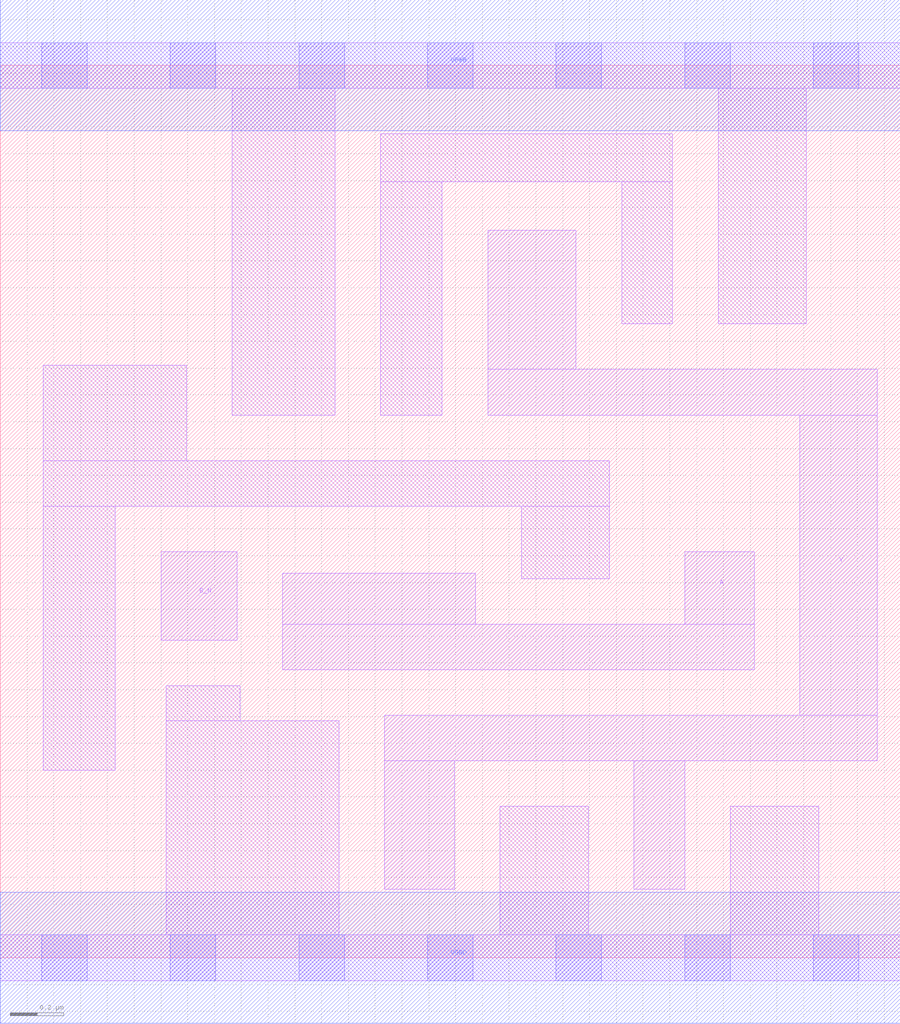
<source format=lef>
# Copyright 2020 The SkyWater PDK Authors
#
# Licensed under the Apache License, Version 2.0 (the "License");
# you may not use this file except in compliance with the License.
# You may obtain a copy of the License at
#
#     https://www.apache.org/licenses/LICENSE-2.0
#
# Unless required by applicable law or agreed to in writing, software
# distributed under the License is distributed on an "AS IS" BASIS,
# WITHOUT WARRANTIES OR CONDITIONS OF ANY KIND, either express or implied.
# See the License for the specific language governing permissions and
# limitations under the License.
#
# SPDX-License-Identifier: Apache-2.0

VERSION 5.7 ;
  NAMESCASESENSITIVE ON ;
  NOWIREEXTENSIONATPIN ON ;
  DIVIDERCHAR "/" ;
  BUSBITCHARS "[]" ;
UNITS
  DATABASE MICRONS 200 ;
END UNITS
MACRO sky130_fd_sc_lp__nor2b_2
  CLASS CORE ;
  SOURCE USER ;
  FOREIGN sky130_fd_sc_lp__nor2b_2 ;
  ORIGIN  0.000000  0.000000 ;
  SIZE  3.360000 BY  3.330000 ;
  SYMMETRY X Y R90 ;
  SITE unit ;
  PIN A
    ANTENNAGATEAREA  0.630000 ;
    DIRECTION INPUT ;
    USE SIGNAL ;
    PORT
      LAYER li1 ;
        RECT 1.055000 1.075000 2.815000 1.245000 ;
        RECT 1.055000 1.245000 1.775000 1.435000 ;
        RECT 2.555000 1.245000 2.815000 1.515000 ;
    END
  END A
  PIN B_N
    ANTENNAGATEAREA  0.126000 ;
    DIRECTION INPUT ;
    USE SIGNAL ;
    PORT
      LAYER li1 ;
        RECT 0.600000 1.185000 0.885000 1.515000 ;
    END
  END B_N
  PIN Y
    ANTENNADIFFAREA  0.823200 ;
    DIRECTION OUTPUT ;
    USE SIGNAL ;
    PORT
      LAYER li1 ;
        RECT 1.435000 0.255000 1.695000 0.735000 ;
        RECT 1.435000 0.735000 3.275000 0.905000 ;
        RECT 1.820000 2.025000 3.275000 2.195000 ;
        RECT 1.820000 2.195000 2.150000 2.715000 ;
        RECT 2.365000 0.255000 2.555000 0.735000 ;
        RECT 2.985000 0.905000 3.275000 2.025000 ;
    END
  END Y
  PIN VGND
    DIRECTION INOUT ;
    USE GROUND ;
    PORT
      LAYER met1 ;
        RECT 0.000000 -0.245000 3.360000 0.245000 ;
    END
  END VGND
  PIN VPWR
    DIRECTION INOUT ;
    USE POWER ;
    PORT
      LAYER met1 ;
        RECT 0.000000 3.085000 3.360000 3.575000 ;
    END
  END VPWR
  OBS
    LAYER li1 ;
      RECT 0.000000 -0.085000 3.360000 0.085000 ;
      RECT 0.000000  3.245000 3.360000 3.415000 ;
      RECT 0.160000  0.700000 0.430000 1.685000 ;
      RECT 0.160000  1.685000 2.275000 1.855000 ;
      RECT 0.160000  1.855000 0.695000 2.210000 ;
      RECT 0.620000  0.085000 1.265000 0.885000 ;
      RECT 0.620000  0.885000 0.895000 1.015000 ;
      RECT 0.865000  2.025000 1.250000 3.245000 ;
      RECT 1.420000  2.025000 1.650000 2.895000 ;
      RECT 1.420000  2.895000 2.510000 3.075000 ;
      RECT 1.865000  0.085000 2.195000 0.565000 ;
      RECT 1.945000  1.415000 2.275000 1.685000 ;
      RECT 2.320000  2.365000 2.510000 2.895000 ;
      RECT 2.680000  2.365000 3.010000 3.245000 ;
      RECT 2.725000  0.085000 3.055000 0.565000 ;
    LAYER mcon ;
      RECT 0.155000 -0.085000 0.325000 0.085000 ;
      RECT 0.155000  3.245000 0.325000 3.415000 ;
      RECT 0.635000 -0.085000 0.805000 0.085000 ;
      RECT 0.635000  3.245000 0.805000 3.415000 ;
      RECT 1.115000 -0.085000 1.285000 0.085000 ;
      RECT 1.115000  3.245000 1.285000 3.415000 ;
      RECT 1.595000 -0.085000 1.765000 0.085000 ;
      RECT 1.595000  3.245000 1.765000 3.415000 ;
      RECT 2.075000 -0.085000 2.245000 0.085000 ;
      RECT 2.075000  3.245000 2.245000 3.415000 ;
      RECT 2.555000 -0.085000 2.725000 0.085000 ;
      RECT 2.555000  3.245000 2.725000 3.415000 ;
      RECT 3.035000 -0.085000 3.205000 0.085000 ;
      RECT 3.035000  3.245000 3.205000 3.415000 ;
  END
END sky130_fd_sc_lp__nor2b_2

</source>
